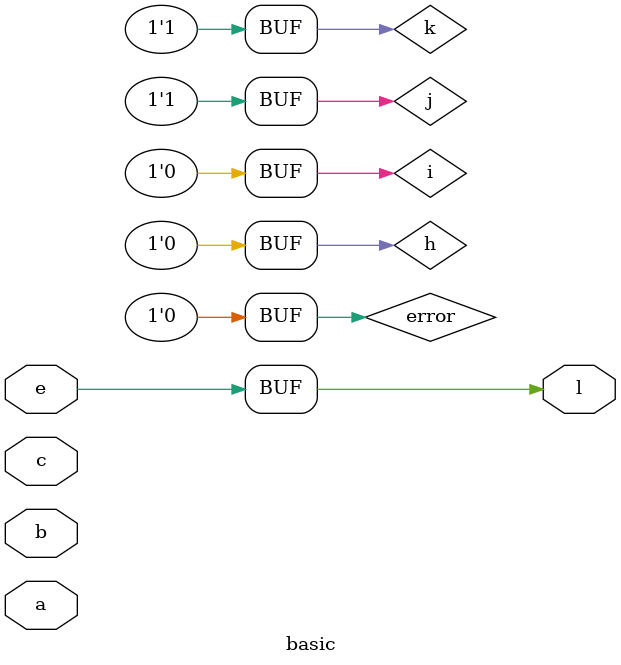
<source format=v>
module basic(a,b,c,e,l);
input a,b,c,e;
output l;
wire h,i,j,k,error;
and g1(h,a,error);
and g2(i,error,c);
not g3(j,i);
or g4(k,h,j);
and g5(l,k,e);
and g6(error,1'b0,b);
endmodule

</source>
